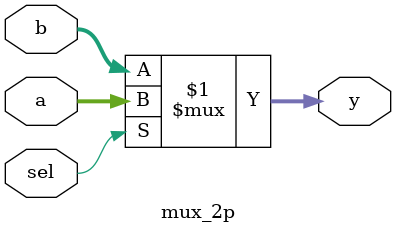
<source format=sv>
module mux_2p #(parameter N=16)
        (input logic sel, input logic[N-1:0] a,b,
            output logic[N-1:0] y);
assign y = sel ? a : b; //se sel = 1 allora y = a
endmodule
</source>
